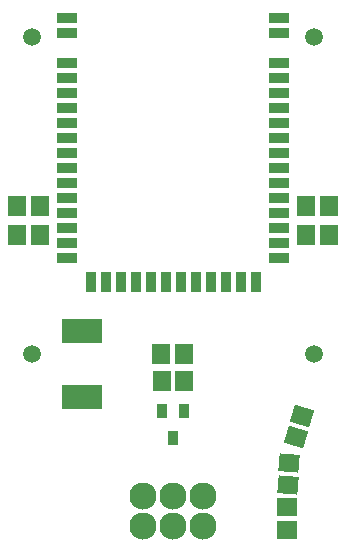
<source format=gbr>
G04 DipTrace 3.2.0.1*
G04 Âåðõíÿÿìàñêà.gbr*
%MOMM*%
G04 #@! TF.FileFunction,Soldermask,Top*
G04 #@! TF.Part,Single*
%AMOUTLINE1*
4,1,4,
0.59505,-0.96483,
-1.03143,-0.47028,
-0.59505,0.96483,
1.03143,0.47028,
0.59505,-0.96483,
0*%
%AMOUTLINE4*
4,1,4,
0.78824,-0.81467,
-0.90647,-0.68064,
-0.78824,0.81467,
0.90647,0.68064,
0.78824,-0.81467,
0*%
%AMOUTLINE7*
4,1,4,
0.85015,-0.74981,
-0.84988,-0.75015,
-0.85015,0.74981,
0.84988,0.75015,
0.85015,-0.74981,
0*%
%ADD31C,1.5*%
%ADD39C,2.3*%
%ADD43R,1.8X0.95*%
%ADD45R,0.95X1.8*%
%ADD47R,3.4X2.0*%
%ADD51R,0.85X1.25*%
%ADD53R,1.5X1.7*%
%ADD56OUTLINE1*%
%ADD59OUTLINE4*%
%ADD62OUTLINE7*%
%FSLAX35Y35*%
G04*
G71*
G90*
G75*
G01*
G04 TopMask*
%LPD*%
D53*
X1130000Y-440000D3*
X1320000D3*
D31*
X-1190000Y990000D3*
X1190000D3*
X-1190000Y-1690000D3*
X1190000D3*
D51*
X94823Y-2170360D3*
X-95177D3*
X-177Y-2400360D3*
D53*
X-1320000Y-440000D3*
X-1130000D3*
X-1320000Y-684000D3*
X-1130000D3*
X1320000D3*
X1130000D3*
X-94610Y-1923610D3*
X95390D3*
D56*
X1039003Y-2396573D3*
X1094277Y-2214787D3*
D59*
X969700Y-2801313D3*
X984680Y-2611900D3*
D62*
X963573Y-3180773D3*
X963533Y-2990773D3*
D47*
X-767500Y-1495370D3*
Y-2055370D3*
D45*
X-63500Y-1080000D3*
X63500D3*
X-190500D3*
X-317500D3*
X-444500D3*
X-571500D3*
X-698500D3*
X190500D3*
X317500D3*
X444500D3*
X571500D3*
X698500D3*
D43*
X-900000Y-880500D3*
Y-753500D3*
X900000Y-880500D3*
X-900000Y-626500D3*
Y-499500D3*
Y-372500D3*
Y-245500D3*
Y-118500D3*
Y8500D3*
Y135500D3*
Y262500D3*
Y389500D3*
Y516500D3*
Y643500D3*
Y770500D3*
X900000Y-753500D3*
Y-626500D3*
Y-499500D3*
Y-372500D3*
Y-245500D3*
Y-118500D3*
Y8500D3*
Y135500D3*
Y262500D3*
Y389500D3*
Y516500D3*
Y643500D3*
Y770500D3*
X-900000Y1024500D3*
Y1151500D3*
X900000Y1024500D3*
Y1151500D3*
D39*
X-254000Y-3150000D3*
X0D3*
X254000D3*
X-254000Y-2896000D3*
X0D3*
X254000D3*
D53*
X-97873Y-1693497D3*
X92127D3*
M02*

</source>
